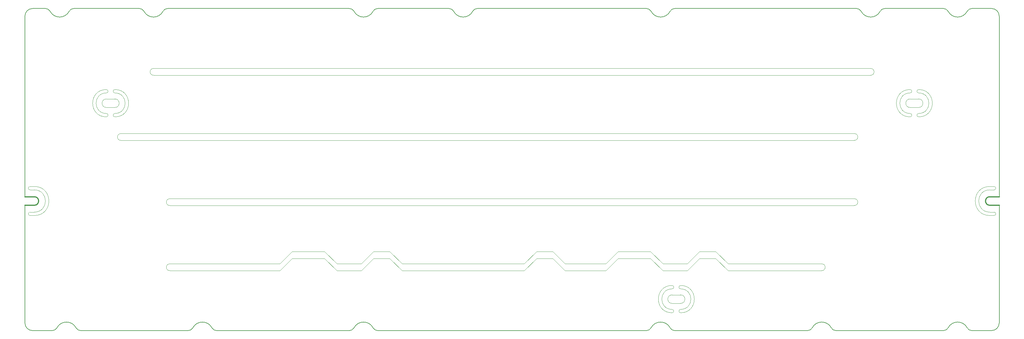
<source format=gbr>
G04 #@! TF.GenerationSoftware,KiCad,Pcbnew,(5.1.10)-1*
G04 #@! TF.CreationDate,2021-10-10T16:54:22+07:00*
G04 #@! TF.ProjectId,averange65,61766572-616e-4676-9536-352e6b696361,rev?*
G04 #@! TF.SameCoordinates,Original*
G04 #@! TF.FileFunction,Profile,NP*
%FSLAX46Y46*%
G04 Gerber Fmt 4.6, Leading zero omitted, Abs format (unit mm)*
G04 Created by KiCad (PCBNEW (5.1.10)-1) date 2021-10-10 16:54:22*
%MOMM*%
%LPD*%
G01*
G04 APERTURE LIST*
G04 #@! TA.AperFunction,Profile*
%ADD10C,0.200000*%
G04 #@! TD*
G04 #@! TA.AperFunction,Profile*
%ADD11C,0.100000*%
G04 #@! TD*
G04 #@! TA.AperFunction,Profile*
%ADD12C,0.120000*%
G04 #@! TD*
G04 #@! TA.AperFunction,Profile*
%ADD13C,0.300000*%
G04 #@! TD*
G04 APERTURE END LIST*
D10*
X285066250Y-41192500D02*
X285066250Y-93992536D01*
X285066250Y-130892500D02*
X285066250Y-96492536D01*
X366250Y-41192500D02*
X366250Y-93992536D01*
X366250Y-130892500D02*
X366250Y-96492536D01*
D11*
X158194532Y-113618020D02*
X170100752Y-113618020D01*
X170100752Y-113618020D02*
X173672642Y-110046130D01*
X154622642Y-110046130D02*
X158194532Y-113618020D01*
X154622642Y-110046130D02*
X149860122Y-110046130D01*
X149860122Y-110046130D02*
X146288232Y-113618020D01*
X110569492Y-113618020D02*
X146288232Y-113618020D01*
X106997602Y-110046130D02*
X110569492Y-113618020D01*
X106997602Y-110046130D02*
X102235082Y-110046130D01*
X102235082Y-110046130D02*
X98663192Y-113618020D01*
X91519880Y-113618020D02*
X98663192Y-113618020D01*
X158194532Y-115618020D02*
X170100752Y-115618020D01*
X149860122Y-112046130D02*
X146288232Y-115618020D01*
X154622642Y-112046130D02*
X149860122Y-112046130D01*
X154622642Y-112046130D02*
X158194532Y-115618020D01*
X110569492Y-115618020D02*
X146288232Y-115618020D01*
X106997602Y-112046130D02*
X110569492Y-115618020D01*
X106997602Y-112046130D02*
X102235082Y-112046130D01*
X102235082Y-112046130D02*
X98663192Y-115618020D01*
X37941195Y-58467644D02*
G75*
G02*
X37941250Y-56467500I-249J1000072D01*
G01*
X233204326Y-113617680D02*
X205820360Y-113618020D01*
X233204326Y-115617680D02*
X205820360Y-115618020D01*
X233204326Y-113617680D02*
G75*
G02*
X233204326Y-115617680I0J-1000000D01*
G01*
X42704050Y-115618020D02*
G75*
G02*
X42704050Y-113618020I0J1000000D01*
G01*
X202248470Y-112046130D02*
X205820360Y-115618020D01*
X183198390Y-112046130D02*
X186770280Y-115618020D01*
X87947990Y-112046130D02*
X91519880Y-115618020D01*
X193914060Y-115618020D02*
X197485950Y-112046130D01*
X186770280Y-115618020D02*
X193914060Y-115618020D01*
X42704050Y-115618020D02*
X74851060Y-115618020D01*
X91519880Y-115618020D02*
X98663192Y-115618020D01*
X170100752Y-115618020D02*
X173672642Y-112046130D01*
X78422950Y-112046130D02*
X87947990Y-112046130D01*
X197485950Y-112046130D02*
X202248470Y-112046130D01*
X173672642Y-112046130D02*
X183198390Y-112046130D01*
X74851060Y-115618020D02*
X78422950Y-112046130D01*
X202248470Y-110046130D02*
X205820360Y-113618020D01*
X183198390Y-110046130D02*
X186770280Y-113618020D01*
X87947990Y-110046130D02*
X91519880Y-113618020D01*
X193914060Y-113618020D02*
X197485950Y-110046130D01*
X186770280Y-113618020D02*
X193914060Y-113618020D01*
X42704050Y-113618020D02*
X74851060Y-113618020D01*
X78422950Y-110046130D02*
X87947990Y-110046130D01*
X197485950Y-110046130D02*
X202248470Y-110046130D01*
X173672642Y-110046130D02*
X183198390Y-110046130D01*
X74851060Y-113618020D02*
X78422950Y-110046130D01*
X42704050Y-96567500D02*
G75*
G02*
X42704050Y-94567500I0J1000000D01*
G01*
X242729834Y-96567500D02*
X42704050Y-96567500D01*
X242729834Y-94567500D02*
X42704050Y-94567500D01*
X242729834Y-94567500D02*
G75*
G02*
X242729834Y-96567500I0J-1000000D01*
G01*
X242729890Y-77517500D02*
X28416250Y-77517500D01*
X242729890Y-75517500D02*
G75*
G02*
X242729890Y-77517500I0J-1000000D01*
G01*
X28416250Y-77517500D02*
G75*
G02*
X28416250Y-75517500I0J1000000D01*
G01*
X242729890Y-75517500D02*
X28416250Y-75517500D01*
X247491434Y-56467500D02*
X37941250Y-56467500D01*
X247491434Y-56467500D02*
G75*
G02*
X247491434Y-58467500I0J-1000000D01*
G01*
X247491434Y-58467500D02*
X37941195Y-58467644D01*
D10*
X124305644Y-38942500D02*
G75*
G02*
X125635679Y-39748951I1J-1500000D01*
G01*
X131221822Y-39748952D02*
G75*
G02*
X132551856Y-38942500I1330034J-693548D01*
G01*
X277039856Y-133142500D02*
X282816250Y-133142500D01*
X8392645Y-133142500D02*
X2616250Y-133142500D01*
X95192645Y-133142500D02*
X56351856Y-133142500D01*
X229080645Y-133142500D02*
X190238856Y-133142500D01*
X270123679Y-132336048D02*
G75*
G02*
X268793645Y-133142500I-1330034J693548D01*
G01*
X270123677Y-132336048D02*
G75*
G02*
X275709822Y-132336048I2793073J-1456452D01*
G01*
X277039856Y-133142500D02*
G75*
G02*
X275709822Y-132336048I0J1500000D01*
G01*
X183322679Y-132336048D02*
G75*
G02*
X181992645Y-133142500I-1330034J693548D01*
G01*
X183322677Y-132336048D02*
G75*
G02*
X188908822Y-132336048I2793073J-1456452D01*
G01*
X190238856Y-133142500D02*
G75*
G02*
X188908822Y-132336048I0J1500000D01*
G01*
X103438856Y-133142500D02*
G75*
G02*
X102108822Y-132336048I0J1500000D01*
G01*
X96522677Y-132336048D02*
G75*
G02*
X102108822Y-132336048I2793073J-1456452D01*
G01*
X96522679Y-132336048D02*
G75*
G02*
X95192645Y-133142500I-1330034J693548D01*
G01*
X16638856Y-133142500D02*
G75*
G02*
X15308822Y-132336048I0J1500000D01*
G01*
X9722677Y-132336048D02*
G75*
G02*
X15308822Y-132336048I2793073J-1456452D01*
G01*
X9722679Y-132336048D02*
G75*
G02*
X8392645Y-133142500I-1330034J693548D01*
G01*
X14639356Y-38942500D02*
X33818144Y-38942500D01*
X124305644Y-38942500D02*
X103438932Y-38942500D01*
X181993720Y-38942500D02*
X132551932Y-38942500D01*
X277039532Y-38942500D02*
X282816250Y-38942500D01*
X275709497Y-39748951D02*
G75*
G02*
X270123355Y-39748951I-2793071J1456451D01*
G01*
X268793320Y-38942500D02*
G75*
G02*
X270123355Y-39748951I1J-1500000D01*
G01*
X275709498Y-39748952D02*
G75*
G02*
X277039532Y-38942500I1330034J-693548D01*
G01*
X188909897Y-39748951D02*
G75*
G02*
X183323755Y-39748951I-2793071J1456451D01*
G01*
X181993720Y-38942500D02*
G75*
G02*
X183323755Y-39748951I1J-1500000D01*
G01*
X188909898Y-39748952D02*
G75*
G02*
X190239932Y-38942500I1330034J-693548D01*
G01*
X102108897Y-39748951D02*
G75*
G02*
X96522755Y-39748951I-2793071J1456451D01*
G01*
X95192720Y-38942500D02*
G75*
G02*
X96522755Y-39748951I1J-1500000D01*
G01*
X102108898Y-39748952D02*
G75*
G02*
X103438932Y-38942500I1330034J-693548D01*
G01*
X13309321Y-39748951D02*
G75*
G02*
X7723179Y-39748951I-2793071J1456451D01*
G01*
X6393144Y-38942500D02*
G75*
G02*
X7723179Y-39748951I1J-1500000D01*
G01*
X13309322Y-39748952D02*
G75*
G02*
X14639356Y-38942500I1330034J-693548D01*
G01*
X285066250Y-130892500D02*
G75*
G02*
X282816250Y-133142500I-2250000J0D01*
G01*
X282816250Y-38942500D02*
G75*
G02*
X285066250Y-41192500I0J-2250000D01*
G01*
X250284322Y-39748952D02*
G75*
G02*
X251614356Y-38942500I1330034J-693548D01*
G01*
X230410677Y-132336048D02*
G75*
G02*
X235996822Y-132336048I2793073J-1456452D01*
G01*
X237326856Y-133142500D02*
G75*
G02*
X235996822Y-132336048I0J1500000D01*
G01*
X243368144Y-38942500D02*
G75*
G02*
X244698179Y-39748951I1J-1500000D01*
G01*
X33818144Y-38942500D02*
G75*
G02*
X35148179Y-39748951I1J-1500000D01*
G01*
X181992645Y-133142500D02*
X103438856Y-133142500D01*
X268793645Y-133142500D02*
X237326856Y-133142500D01*
X268793320Y-38942500D02*
X251614356Y-38942500D01*
X366250Y-41192500D02*
G75*
G02*
X2616250Y-38942500I2250000J0D01*
G01*
X243368144Y-38942500D02*
X190239932Y-38942500D01*
X40734321Y-39748951D02*
G75*
G02*
X35148179Y-39748951I-2793071J1456451D01*
G01*
X49435677Y-132336048D02*
G75*
G02*
X55021822Y-132336048I2793073J-1456452D01*
G01*
X2616250Y-133142500D02*
G75*
G02*
X366250Y-130892500I0J2250000D01*
G01*
X95192720Y-38942500D02*
X42064356Y-38942500D01*
X48105645Y-133142500D02*
X16638856Y-133142500D01*
X40734322Y-39748952D02*
G75*
G02*
X42064356Y-38942500I1330034J-693548D01*
G01*
X49435679Y-132336048D02*
G75*
G02*
X48105645Y-133142500I-1330034J693548D01*
G01*
X56351856Y-133142500D02*
G75*
G02*
X55021822Y-132336048I0J1500000D01*
G01*
X250284321Y-39748951D02*
G75*
G02*
X244698179Y-39748951I-2793071J1456451D01*
G01*
X6393144Y-38942500D02*
X2616250Y-38942500D01*
X131221821Y-39748951D02*
G75*
G02*
X125635679Y-39748951I-2793071J1456451D01*
G01*
X230410679Y-132336048D02*
G75*
G02*
X229080645Y-133142500I-1330034J693548D01*
G01*
D12*
X259016366Y-67892536D02*
X261516366Y-67892536D01*
X261516366Y-65392536D02*
X259016366Y-65392536D01*
X189466366Y-125192536D02*
X191966366Y-125192536D01*
X191966366Y-122692536D02*
X189466366Y-122692536D01*
D13*
X3116366Y-93992536D02*
X366366Y-93992536D01*
X366366Y-96492536D02*
X3116366Y-96492536D01*
X282316366Y-96492536D02*
X285066366Y-96492536D01*
X285066366Y-93992536D02*
X282316366Y-93992536D01*
D12*
X3116366Y-91992536D02*
X1866366Y-91992536D01*
X3116366Y-90992536D02*
X1866366Y-90992536D01*
X3116366Y-98492536D02*
X1866366Y-98492536D01*
X3116366Y-99492536D02*
X1866366Y-99492536D01*
X282316366Y-98492536D02*
X283566366Y-98492536D01*
X282316366Y-99492536D02*
X283566366Y-99492536D01*
X282316366Y-91992536D02*
X283566366Y-91992536D01*
X282316366Y-90992536D02*
X283566366Y-90992536D01*
X24166366Y-67892536D02*
X26666366Y-67892536D01*
X26666366Y-65392536D02*
X24166366Y-65392536D01*
X261516366Y-65392536D02*
G75*
G02*
X261516366Y-67892536I0J-1250000D01*
G01*
X259016366Y-67892536D02*
G75*
G02*
X259016366Y-65392536I0J1250000D01*
G01*
X259016366Y-70642536D02*
G75*
G02*
X259016366Y-62642536I0J4000000D01*
G01*
X261516366Y-63642536D02*
G75*
G02*
X261516366Y-69642536I0J-3000000D01*
G01*
X261516366Y-62642536D02*
G75*
G02*
X261516366Y-70642536I0J-4000000D01*
G01*
X261516366Y-70642536D02*
G75*
G02*
X261516366Y-69642536I0J500000D01*
G01*
X259016366Y-62642536D02*
G75*
G02*
X259016366Y-63642536I0J-500000D01*
G01*
X259016366Y-69642536D02*
G75*
G02*
X259016366Y-70642536I0J-500000D01*
G01*
X259016366Y-69642536D02*
G75*
G02*
X259016366Y-63642536I0J3000000D01*
G01*
X261516366Y-63642536D02*
G75*
G02*
X261516366Y-62642536I0J500000D01*
G01*
X191966366Y-122692536D02*
G75*
G02*
X191966366Y-125192536I0J-1250000D01*
G01*
X189466366Y-125192536D02*
G75*
G02*
X189466366Y-122692536I0J1250000D01*
G01*
X189466366Y-127942536D02*
G75*
G02*
X189466366Y-119942536I0J4000000D01*
G01*
X191966366Y-120942536D02*
G75*
G02*
X191966366Y-126942536I0J-3000000D01*
G01*
X191966366Y-119942536D02*
G75*
G02*
X191966366Y-127942536I0J-4000000D01*
G01*
X191966366Y-127942536D02*
G75*
G02*
X191966366Y-126942536I0J500000D01*
G01*
X189466366Y-119942536D02*
G75*
G02*
X189466366Y-120942536I0J-500000D01*
G01*
X189466366Y-126942536D02*
G75*
G02*
X189466366Y-127942536I0J-500000D01*
G01*
X189466366Y-126942536D02*
G75*
G02*
X189466366Y-120942536I0J3000000D01*
G01*
X191966366Y-120942536D02*
G75*
G02*
X191966366Y-119942536I0J500000D01*
G01*
X26666366Y-70642536D02*
G75*
G02*
X26666366Y-69642536I0J500000D01*
G01*
X24166366Y-69642536D02*
G75*
G02*
X24166366Y-70642536I0J-500000D01*
G01*
X26666366Y-63642536D02*
G75*
G02*
X26666366Y-62642536I0J500000D01*
G01*
X24166366Y-62642536D02*
G75*
G02*
X24166366Y-63642536I0J-500000D01*
G01*
X26666366Y-62642536D02*
G75*
G02*
X26666366Y-70642536I0J-4000000D01*
G01*
X26666366Y-63642536D02*
G75*
G02*
X26666366Y-69642536I0J-3000000D01*
G01*
X24166366Y-70642536D02*
G75*
G02*
X24166366Y-62642536I0J4000000D01*
G01*
X24166366Y-69642536D02*
G75*
G02*
X24166366Y-63642536I0J3000000D01*
G01*
D13*
X3116366Y-96492536D02*
G75*
G03*
X3116366Y-93992536I0J1250000D01*
G01*
D12*
X3116366Y-90992536D02*
G75*
G02*
X3116366Y-99492536I0J-4250000D01*
G01*
D13*
X282316366Y-93992536D02*
G75*
G03*
X282316366Y-96492536I0J-1250000D01*
G01*
D12*
X3116366Y-91992536D02*
G75*
G02*
X3116366Y-98492536I0J-3250000D01*
G01*
X1866366Y-99492536D02*
G75*
G02*
X1866366Y-98492536I0J500000D01*
G01*
X1866366Y-91992536D02*
G75*
G02*
X1866366Y-90992536I0J500000D01*
G01*
X283566366Y-98492536D02*
G75*
G02*
X283566366Y-99492536I0J-500000D01*
G01*
X283566366Y-90992536D02*
G75*
G02*
X283566366Y-91992536I0J-500000D01*
G01*
X282316366Y-99492536D02*
G75*
G02*
X282316366Y-90992536I0J4250000D01*
G01*
X282316366Y-98492536D02*
G75*
G02*
X282316366Y-91992536I0J3250000D01*
G01*
X24166366Y-67892536D02*
G75*
G02*
X24166366Y-65392536I0J1250000D01*
G01*
X26666366Y-65392536D02*
G75*
G02*
X26666366Y-67892536I0J-1250000D01*
G01*
M02*

</source>
